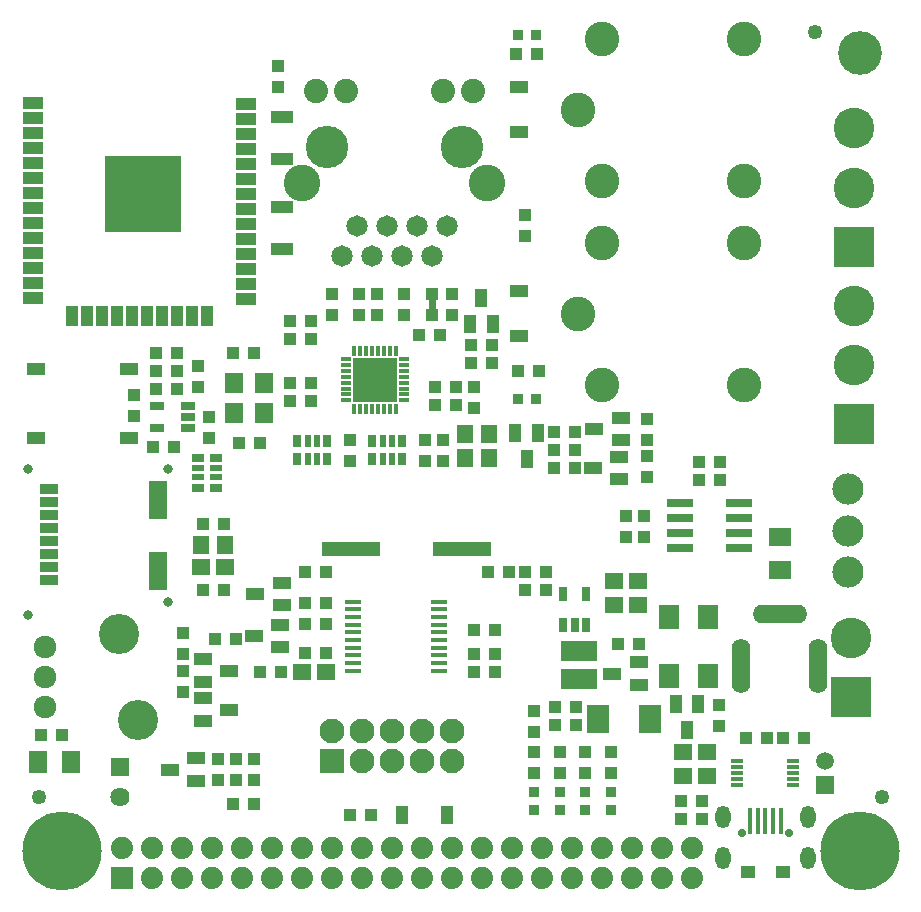
<source format=gbr>
G04 #@! TF.GenerationSoftware,KiCad,Pcbnew,6.0.0-rc1-unknown-0cca1c6~65~ubuntu16.04.1*
G04 #@! TF.CreationDate,2018-08-03T15:16:37+03:00*
G04 #@! TF.ProjectId,ESP32-EVB_Rev_F,45535033322D4556425F5265765F462E,F*
G04 #@! TF.SameCoordinates,Original*
G04 #@! TF.FileFunction,Soldermask,Top*
G04 #@! TF.FilePolarity,Negative*
%FSLAX46Y46*%
G04 Gerber Fmt 4.6, Leading zero omitted, Abs format (unit mm)*
G04 Created by KiCad (PCBNEW 6.0.0-rc1-unknown-0cca1c6~65~ubuntu16.04.1) date Fri Aug  3 15:16:37 2018*
%MOMM*%
%LPD*%
G01*
G04 APERTURE LIST*
%ADD10C,0.609600*%
%ADD11R,1.625600X1.117600*%
%ADD12C,1.254000*%
%ADD13C,3.600000*%
%ADD14C,2.050000*%
%ADD15C,3.100000*%
%ADD16C,1.810000*%
%ADD17R,1.117600X1.117600*%
%ADD18R,1.879600X2.387600*%
%ADD19R,1.501600X1.101600*%
%ADD20R,1.625600X1.371600*%
%ADD21R,1.625600X1.879600*%
%ADD22R,1.879600X1.625600*%
%ADD23R,4.927600X1.201600*%
%ADD24R,0.901600X0.901600*%
%ADD25R,1.801600X2.101600*%
%ADD26R,1.879600X1.117600*%
%ADD27C,1.879600*%
%ADD28R,1.879600X1.879600*%
%ADD29C,1.600000*%
%ADD30C,6.700000*%
%ADD31R,3.448000X3.448000*%
%ADD32C,3.448000*%
%ADD33O,4.601600X1.601600*%
%ADD34O,1.601600X4.601600*%
%ADD35R,1.600000X1.800000*%
%ADD36R,1.371600X1.625600*%
%ADD37R,1.501600X1.501600*%
%ADD38C,1.501600*%
%ADD39C,3.700000*%
%ADD40C,2.940000*%
%ADD41C,2.100000*%
%ADD42R,2.100000X2.100000*%
%ADD43C,2.641600*%
%ADD44R,1.601600X3.201600*%
%ADD45C,0.800000*%
%ADD46R,1.601600X0.901600*%
%ADD47R,3.701600X3.701600*%
%ADD48R,0.800000X0.800000*%
%ADD49R,1.822400X1.822400*%
%ADD50R,0.351600X0.901600*%
%ADD51R,0.901600X0.351600*%
%ADD52R,1.625600X1.625600*%
%ADD53C,1.625600*%
%ADD54C,3.400000*%
%ADD55C,1.924000*%
%ADD56R,1.371600X0.426600*%
%ADD57R,2.301600X0.701600*%
%ADD58R,1.101600X0.351600*%
%ADD59R,0.426600X2.251600*%
%ADD60C,0.701600*%
%ADD61R,1.201600X1.101600*%
%ADD62O,1.301600X1.901600*%
%ADD63C,1.700000*%
%ADD64C,2.400000*%
%ADD65R,6.400000X6.400000*%
%ADD66R,1.801600X1.001600*%
%ADD67R,1.001600X1.801600*%
%ADD68R,1.117600X0.482600*%
%ADD69R,1.117600X0.736600*%
%ADD70R,0.482600X1.117600*%
%ADD71R,0.736600X1.117600*%
%ADD72R,0.651600X1.301600*%
%ADD73R,1.101600X1.501600*%
%ADD74R,1.301600X0.651600*%
%ADD75R,3.101600X1.701600*%
G04 APERTURE END LIST*
D10*
G04 #@! TO.C,R25*
X104775000Y-92194000D02*
X104775000Y-91194000D01*
G04 #@! TD*
D11*
G04 #@! TO.C,RST1*
X71247000Y-102997000D03*
X79121000Y-102997000D03*
G04 #@! TD*
G04 #@! TO.C,BUT1*
X71247000Y-97155000D03*
X79121000Y-97155000D03*
G04 #@! TD*
D12*
G04 #@! TO.C,*
X142875000Y-133350000D03*
G04 #@! TD*
D13*
G04 #@! TO.C,LAN1*
X95885000Y-78359000D03*
X107315000Y-78359000D03*
D14*
X105670000Y-73610500D03*
X94990000Y-73610500D03*
D15*
X93800000Y-81409000D03*
X109400000Y-81409000D03*
D14*
X108210000Y-73610500D03*
X97530000Y-73610500D03*
D16*
X97165000Y-87599000D03*
X98435000Y-85059000D03*
X99705000Y-87599000D03*
X100975000Y-85059000D03*
X102245000Y-87599000D03*
X103515000Y-85059000D03*
X104785000Y-87599000D03*
X106055000Y-85059000D03*
G04 #@! TD*
D17*
G04 #@! TO.C,R25*
X104775000Y-92583000D03*
X104775000Y-90805000D03*
G04 #@! TD*
D18*
G04 #@! TO.C,D2*
X118854000Y-126746000D03*
X123208000Y-126746000D03*
G04 #@! TD*
D17*
G04 #@! TO.C,R57*
X83693000Y-121285000D03*
X83693000Y-119507000D03*
G04 #@! TD*
G04 #@! TO.C,R44*
X83693000Y-124460000D03*
X83693000Y-122682000D03*
G04 #@! TD*
D19*
G04 #@! TO.C,U10*
X87587000Y-122682000D03*
X85387000Y-123632000D03*
X85387000Y-121732000D03*
G04 #@! TD*
G04 #@! TO.C,U9*
X87587000Y-125984000D03*
X85387000Y-126934000D03*
X85387000Y-125034000D03*
G04 #@! TD*
D17*
G04 #@! TO.C,R37*
X86360000Y-120015000D03*
X88138000Y-120015000D03*
G04 #@! TD*
D20*
G04 #@! TO.C,C4*
X120142000Y-115062000D03*
X120142000Y-117094000D03*
G04 #@! TD*
G04 #@! TO.C,C3*
X122174000Y-115062000D03*
X122174000Y-117094000D03*
G04 #@! TD*
D17*
G04 #@! TO.C,R20*
X112649000Y-114300000D03*
X114427000Y-114300000D03*
G04 #@! TD*
G04 #@! TO.C,R19*
X112649000Y-115824000D03*
X114427000Y-115824000D03*
G04 #@! TD*
G04 #@! TO.C,R4*
X119888000Y-129540000D03*
X119888000Y-131318000D03*
G04 #@! TD*
G04 #@! TO.C,R56*
X86614000Y-131953000D03*
X86614000Y-130175000D03*
G04 #@! TD*
G04 #@! TO.C,R55*
X88138000Y-131953000D03*
X88138000Y-130175000D03*
G04 #@! TD*
G04 #@! TO.C,R54*
X84963000Y-96901000D03*
X84963000Y-98679000D03*
G04 #@! TD*
D21*
G04 #@! TO.C,R53*
X74168000Y-130429000D03*
X71374000Y-130429000D03*
G04 #@! TD*
D17*
G04 #@! TO.C,R49*
X127381000Y-105029000D03*
X129159000Y-105029000D03*
G04 #@! TD*
G04 #@! TO.C,R48*
X127381000Y-106553000D03*
X129159000Y-106553000D03*
G04 #@! TD*
D22*
G04 #@! TO.C,R47*
X134239000Y-111379000D03*
X134239000Y-114173000D03*
G04 #@! TD*
D17*
G04 #@! TO.C,R46*
X83185000Y-98806000D03*
X81407000Y-98806000D03*
G04 #@! TD*
G04 #@! TO.C,R45*
X81407000Y-97282000D03*
X83185000Y-97282000D03*
G04 #@! TD*
G04 #@! TO.C,R42*
X93980000Y-118745000D03*
X95758000Y-118745000D03*
G04 #@! TD*
G04 #@! TO.C,R30*
X129032000Y-127381000D03*
X129032000Y-125603000D03*
G04 #@! TD*
D23*
G04 #@! TO.C,Q3*
X97917000Y-112395000D03*
X107315000Y-112395000D03*
G04 #@! TD*
D24*
G04 #@! TO.C,PWR_GOOD1*
X117729000Y-132969000D03*
X117729000Y-134493000D03*
G04 #@! TD*
D25*
G04 #@! TO.C,D6*
X128143000Y-123150000D03*
X128143000Y-118150000D03*
G04 #@! TD*
D17*
G04 #@! TO.C,C28*
X79502000Y-99314000D03*
X79502000Y-101092000D03*
G04 #@! TD*
G04 #@! TO.C,C27*
X73406000Y-128143000D03*
X71628000Y-128143000D03*
G04 #@! TD*
G04 #@! TO.C,C26*
X122682000Y-111379000D03*
X122682000Y-109601000D03*
G04 #@! TD*
G04 #@! TO.C,C25*
X121158000Y-111379000D03*
X121158000Y-109601000D03*
G04 #@! TD*
G04 #@! TO.C,C24*
X110109000Y-119253000D03*
X108331000Y-119253000D03*
G04 #@! TD*
G04 #@! TO.C,C23*
X93980000Y-121158000D03*
X95758000Y-121158000D03*
G04 #@! TD*
G04 #@! TO.C,C22*
X111252000Y-114300000D03*
X109474000Y-114300000D03*
G04 #@! TD*
G04 #@! TO.C,C21*
X93980000Y-114300000D03*
X95758000Y-114300000D03*
G04 #@! TD*
D24*
G04 #@! TO.C,COMPLETE1*
X113411000Y-132969000D03*
X113411000Y-134493000D03*
G04 #@! TD*
G04 #@! TO.C,CHARGING1*
X115570000Y-132969000D03*
X115570000Y-134493000D03*
G04 #@! TD*
D26*
G04 #@! TO.C,C20*
X92075000Y-75819000D03*
X92075000Y-79375000D03*
G04 #@! TD*
G04 #@! TO.C,C19*
X92075000Y-86995000D03*
X92075000Y-83439000D03*
G04 #@! TD*
D17*
G04 #@! TO.C,R43*
X85344000Y-110236000D03*
X87122000Y-110236000D03*
G04 #@! TD*
D27*
G04 #@! TO.C,EXT1*
X101346000Y-137668000D03*
X101346000Y-140208000D03*
X98806000Y-137668000D03*
X98806000Y-140208000D03*
X96266000Y-137668000D03*
X96266000Y-140208000D03*
X93726000Y-137668000D03*
X93726000Y-140208000D03*
X91186000Y-137668000D03*
X91186000Y-140208000D03*
X81026000Y-137668000D03*
X81026000Y-140208000D03*
X78486000Y-137668000D03*
D28*
X78486000Y-140208000D03*
D27*
X83566000Y-140208000D03*
X83566000Y-137668000D03*
X86106000Y-137668000D03*
X86106000Y-140208000D03*
X88646000Y-140208000D03*
X88646000Y-137668000D03*
X114046000Y-137668000D03*
X114046000Y-140208000D03*
X111506000Y-140208000D03*
X111506000Y-137668000D03*
X108966000Y-137668000D03*
X108966000Y-140208000D03*
X103886000Y-140208000D03*
X103886000Y-137668000D03*
X106426000Y-140208000D03*
X106426000Y-137668000D03*
X116586000Y-140208000D03*
X116586000Y-137668000D03*
X119126000Y-140208000D03*
X119126000Y-137668000D03*
X121666000Y-140208000D03*
X121666000Y-137668000D03*
X124206000Y-140208000D03*
X124206000Y-137668000D03*
X126746000Y-140208000D03*
X126746000Y-137668000D03*
G04 #@! TD*
D29*
G04 #@! TO.C,MH3*
X70993000Y-137922000D03*
X75819000Y-137922000D03*
X75057000Y-139573000D03*
X71755000Y-139700000D03*
X75057000Y-136271000D03*
X71755000Y-136271000D03*
X73406000Y-140335000D03*
X73406000Y-135509000D03*
D30*
X73406000Y-137922000D03*
G04 #@! TD*
D29*
G04 #@! TO.C,MH2*
X138557000Y-137922000D03*
X143383000Y-137922000D03*
X142621000Y-139573000D03*
X139319000Y-139700000D03*
X142621000Y-136271000D03*
X139319000Y-136271000D03*
X140970000Y-140335000D03*
X140970000Y-135509000D03*
D30*
X140970000Y-137922000D03*
G04 #@! TD*
D17*
G04 #@! TO.C,R41*
X93980000Y-116967000D03*
X95758000Y-116967000D03*
G04 #@! TD*
G04 #@! TO.C,R40*
X110109000Y-121285000D03*
X108331000Y-121285000D03*
G04 #@! TD*
G04 #@! TO.C,R39*
X92710000Y-93091000D03*
X94488000Y-93091000D03*
G04 #@! TD*
G04 #@! TO.C,R38*
X106807000Y-100203000D03*
X105029000Y-100203000D03*
G04 #@! TD*
G04 #@! TO.C,R36*
X89662000Y-95758000D03*
X87884000Y-95758000D03*
G04 #@! TD*
G04 #@! TO.C,R35*
X110109000Y-122809000D03*
X108331000Y-122809000D03*
G04 #@! TD*
G04 #@! TO.C,R34*
X90170000Y-103378000D03*
X88392000Y-103378000D03*
G04 #@! TD*
G04 #@! TO.C,R33*
X100076000Y-92583000D03*
X100076000Y-90805000D03*
G04 #@! TD*
G04 #@! TO.C,R32*
X102362000Y-92583000D03*
X102362000Y-90805000D03*
G04 #@! TD*
G04 #@! TO.C,R31*
X96266000Y-92583000D03*
X96266000Y-90805000D03*
G04 #@! TD*
G04 #@! TO.C,R29*
X85344000Y-115824000D03*
X87122000Y-115824000D03*
G04 #@! TD*
G04 #@! TO.C,R28*
X98552000Y-92583000D03*
X98552000Y-90805000D03*
G04 #@! TD*
G04 #@! TO.C,R27*
X112649000Y-85852000D03*
X112649000Y-84074000D03*
G04 #@! TD*
G04 #@! TO.C,R26*
X91694000Y-71501000D03*
X91694000Y-73279000D03*
G04 #@! TD*
G04 #@! TO.C,R24*
X85852000Y-101219000D03*
X85852000Y-102997000D03*
G04 #@! TD*
G04 #@! TO.C,R23*
X97790000Y-134874000D03*
X99568000Y-134874000D03*
G04 #@! TD*
G04 #@! TO.C,R22*
X113411000Y-127889000D03*
X113411000Y-126111000D03*
G04 #@! TD*
G04 #@! TO.C,R21*
X89662000Y-130175000D03*
X89662000Y-131953000D03*
G04 #@! TD*
G04 #@! TO.C,R18*
X89662000Y-133985000D03*
X87884000Y-133985000D03*
G04 #@! TD*
G04 #@! TO.C,R17*
X122301000Y-120396000D03*
X120523000Y-120396000D03*
G04 #@! TD*
G04 #@! TO.C,R16*
X81153000Y-103759000D03*
X82931000Y-103759000D03*
G04 #@! TD*
G04 #@! TO.C,R15*
X117729000Y-129540000D03*
X117729000Y-131318000D03*
G04 #@! TD*
G04 #@! TO.C,R14*
X83185000Y-95758000D03*
X81407000Y-95758000D03*
G04 #@! TD*
G04 #@! TO.C,R13*
X136271000Y-128397000D03*
X134493000Y-128397000D03*
G04 #@! TD*
G04 #@! TO.C,R12*
X133096000Y-128397000D03*
X131318000Y-128397000D03*
G04 #@! TD*
G04 #@! TO.C,R11*
X111887000Y-70485000D03*
X113665000Y-70485000D03*
G04 #@! TD*
G04 #@! TO.C,R10*
X125857000Y-135255000D03*
X127635000Y-135255000D03*
G04 #@! TD*
G04 #@! TO.C,R9*
X115570000Y-129540000D03*
X115570000Y-131318000D03*
G04 #@! TD*
G04 #@! TO.C,R8*
X125857000Y-133731000D03*
X127635000Y-133731000D03*
G04 #@! TD*
G04 #@! TO.C,R7*
X113411000Y-129540000D03*
X113411000Y-131318000D03*
G04 #@! TD*
G04 #@! TO.C,R6*
X108077000Y-95123000D03*
X109855000Y-95123000D03*
G04 #@! TD*
G04 #@! TO.C,R5*
X108077000Y-96647000D03*
X109855000Y-96647000D03*
G04 #@! TD*
G04 #@! TO.C,R3*
X112014000Y-97282000D03*
X113792000Y-97282000D03*
G04 #@! TD*
G04 #@! TO.C,R2*
X122936000Y-103124000D03*
X122936000Y-101346000D03*
G04 #@! TD*
G04 #@! TO.C,R1*
X122936000Y-104521000D03*
X122936000Y-106299000D03*
G04 #@! TD*
D24*
G04 #@! TO.C,PWRLED1*
X119888000Y-132969000D03*
X119888000Y-134493000D03*
G04 #@! TD*
D31*
G04 #@! TO.C,PWR2*
X140208000Y-124895000D03*
D32*
X140208000Y-119895000D03*
G04 #@! TD*
D33*
G04 #@! TO.C,PWR1*
X134237000Y-117869000D03*
D34*
X137437000Y-122319000D03*
X130937000Y-122319000D03*
G04 #@! TD*
D24*
G04 #@! TO.C,LED2*
X113538000Y-68834000D03*
X112014000Y-68834000D03*
G04 #@! TD*
G04 #@! TO.C,LED1*
X113538000Y-99695000D03*
X112014000Y-99695000D03*
G04 #@! TD*
D25*
G04 #@! TO.C,D4*
X124841000Y-118150000D03*
X124841000Y-123150000D03*
G04 #@! TD*
D35*
G04 #@! TO.C,CR1*
X88011000Y-100838000D03*
X88011000Y-98298000D03*
X90551000Y-98298000D03*
X90551000Y-100838000D03*
G04 #@! TD*
D32*
G04 #@! TO.C,CON2*
X140500000Y-76774000D03*
D31*
X140500000Y-86774000D03*
D32*
X140500000Y-81774000D03*
G04 #@! TD*
G04 #@! TO.C,CON1*
X140500000Y-91774000D03*
D31*
X140500000Y-101774000D03*
D32*
X140500000Y-96774000D03*
G04 #@! TD*
D17*
G04 #@! TO.C,C18*
X105029000Y-98679000D03*
X106807000Y-98679000D03*
G04 #@! TD*
G04 #@! TO.C,C17*
X92710000Y-98298000D03*
X94488000Y-98298000D03*
G04 #@! TD*
G04 #@! TO.C,C16*
X92710000Y-99822000D03*
X94488000Y-99822000D03*
G04 #@! TD*
G04 #@! TO.C,C15*
X92710000Y-94615000D03*
X94488000Y-94615000D03*
G04 #@! TD*
G04 #@! TO.C,C14*
X105410000Y-94234000D03*
X103632000Y-94234000D03*
G04 #@! TD*
G04 #@! TO.C,C13*
X97790000Y-104902000D03*
X97790000Y-103124000D03*
G04 #@! TD*
G04 #@! TO.C,C12*
X108331000Y-98679000D03*
X108331000Y-100457000D03*
G04 #@! TD*
G04 #@! TO.C,C11*
X106426000Y-92583000D03*
X106426000Y-90805000D03*
G04 #@! TD*
D36*
G04 #@! TO.C,C10*
X87249000Y-112014000D03*
X85217000Y-112014000D03*
G04 #@! TD*
D17*
G04 #@! TO.C,C9*
X104140000Y-103124000D03*
X104140000Y-104902000D03*
G04 #@! TD*
G04 #@! TO.C,C8*
X105664000Y-103124000D03*
X105664000Y-104902000D03*
G04 #@! TD*
G04 #@! TO.C,C7*
X116967000Y-127254000D03*
X115189000Y-127254000D03*
G04 #@! TD*
G04 #@! TO.C,C6*
X116967000Y-125730000D03*
X115189000Y-125730000D03*
G04 #@! TD*
G04 #@! TO.C,C5*
X91948000Y-122809000D03*
X90170000Y-122809000D03*
G04 #@! TD*
D20*
G04 #@! TO.C,C2*
X128016000Y-131572000D03*
X128016000Y-129540000D03*
G04 #@! TD*
G04 #@! TO.C,C1*
X125984000Y-131572000D03*
X125984000Y-129540000D03*
G04 #@! TD*
D37*
G04 #@! TO.C,BAT1*
X138046460Y-132326380D03*
D38*
X138043920Y-130314700D03*
G04 #@! TD*
D39*
G04 #@! TO.C,MH1*
X140970000Y-70358000D03*
G04 #@! TD*
D40*
G04 #@! TO.C,REL1*
X117176000Y-92456000D03*
X131176000Y-98456000D03*
X131176000Y-86456000D03*
X119176000Y-86456000D03*
X119176000Y-98456000D03*
G04 #@! TD*
G04 #@! TO.C,REL2*
X117176000Y-75184000D03*
X131176000Y-81184000D03*
X131176000Y-69184000D03*
X119176000Y-69184000D03*
X119176000Y-81184000D03*
G04 #@! TD*
D41*
G04 #@! TO.C,UEXT1*
X106426000Y-127762000D03*
X106426000Y-130302000D03*
X103886000Y-127762000D03*
X103886000Y-130302000D03*
X101346000Y-127762000D03*
X101346000Y-130302000D03*
X98806000Y-127762000D03*
X98806000Y-130302000D03*
X96266000Y-127762000D03*
D42*
X96266000Y-130302000D03*
G04 #@! TD*
D43*
G04 #@! TO.C,CAN1*
X140000000Y-114315000D03*
X140000000Y-107315000D03*
X140000000Y-110815000D03*
G04 #@! TD*
D44*
G04 #@! TO.C,MICRO_SD1*
X81577000Y-114275000D03*
X81577000Y-108215000D03*
D45*
X70607000Y-105585000D03*
X82407000Y-105585000D03*
X82407000Y-116855000D03*
X70607000Y-117945000D03*
D46*
X72327000Y-107275000D03*
X72327000Y-108375000D03*
X72327000Y-109475000D03*
X72327000Y-110575000D03*
X72327000Y-111675000D03*
X72327000Y-112775000D03*
X72327000Y-113875000D03*
X72327000Y-114975000D03*
G04 #@! TD*
D47*
G04 #@! TO.C,U4*
X99949000Y-98044000D03*
D48*
X101249000Y-97544000D03*
X101249000Y-98544000D03*
X100449000Y-99344000D03*
X99449000Y-99344000D03*
X98649000Y-98544000D03*
X98649000Y-97544000D03*
X99449000Y-96744000D03*
X100449000Y-96744000D03*
D49*
X99949000Y-98044000D03*
D50*
X98199000Y-95594000D03*
X98699000Y-95594000D03*
X99199000Y-95594000D03*
X99699000Y-95594000D03*
X100199000Y-95594000D03*
X100699000Y-95594000D03*
X101199000Y-95594000D03*
X101699000Y-95594000D03*
D51*
X102399000Y-96294000D03*
X102399000Y-96794000D03*
X102399000Y-97294000D03*
X102399000Y-97794000D03*
X102399000Y-98294000D03*
X102399000Y-98794000D03*
X102399000Y-99294000D03*
X102399000Y-99794000D03*
D50*
X101699000Y-100494000D03*
X101199000Y-100494000D03*
X100699000Y-100494000D03*
X100199000Y-100494000D03*
X99699000Y-100494000D03*
X99199000Y-100494000D03*
X98699000Y-100494000D03*
X98199000Y-100494000D03*
D51*
X97499000Y-99794000D03*
X97499000Y-99294000D03*
X97499000Y-98794000D03*
X97499000Y-98294000D03*
X97499000Y-97794000D03*
X97499000Y-97294000D03*
X97499000Y-96794000D03*
X97499000Y-96294000D03*
G04 #@! TD*
D52*
G04 #@! TO.C,LED3*
X78359000Y-130810000D03*
D53*
X78359000Y-133350000D03*
G04 #@! TD*
D54*
G04 #@! TO.C,U7*
X79909000Y-126840000D03*
X78309000Y-119540000D03*
D55*
X72009000Y-125730000D03*
X72009000Y-123190000D03*
X72009000Y-120650000D03*
G04 #@! TD*
D56*
G04 #@! TO.C,U5*
X105346500Y-122686000D03*
X105346500Y-122036000D03*
X105346500Y-121386000D03*
X105346500Y-120736000D03*
X105346500Y-120086000D03*
X105346500Y-119436000D03*
X105346500Y-118786000D03*
X105346500Y-118136000D03*
X105346500Y-117486000D03*
X105346500Y-116836000D03*
X98107500Y-116836000D03*
X98107500Y-117486000D03*
X98107500Y-118136000D03*
X98107500Y-118786000D03*
X98107500Y-119436000D03*
X98107500Y-120086000D03*
X98107500Y-120736000D03*
X98107500Y-121386000D03*
X98107500Y-122036000D03*
X98107500Y-122686000D03*
G04 #@! TD*
D57*
G04 #@! TO.C,U6*
X130770000Y-108458000D03*
X130770000Y-109728000D03*
X130770000Y-110998000D03*
X130770000Y-112268000D03*
X125770000Y-112268000D03*
X125770000Y-110998000D03*
X125770000Y-109728000D03*
X125770000Y-108458000D03*
G04 #@! TD*
D58*
G04 #@! TO.C,U1*
X135369000Y-130318000D03*
X135369000Y-130818000D03*
X135369000Y-131318000D03*
X135369000Y-131818000D03*
X135369000Y-132318000D03*
X130569000Y-132318000D03*
X130569000Y-131818000D03*
X130569000Y-131318000D03*
X130569000Y-130818000D03*
X130569000Y-130318000D03*
G04 #@! TD*
D12*
G04 #@! TO.C,*
X71501000Y-133350000D03*
G04 #@! TD*
G04 #@! TO.C,*
X137160000Y-68580000D03*
G04 #@! TD*
D59*
G04 #@! TO.C,USB-UART1*
X131700000Y-135403000D03*
X132350000Y-135403000D03*
X133000000Y-135403000D03*
X133650000Y-135403000D03*
X134300000Y-135403000D03*
D60*
X131000000Y-136403000D03*
X135000000Y-136403000D03*
D61*
X131500000Y-139703000D03*
X134500000Y-139703000D03*
D62*
X129400000Y-138553000D03*
X129400000Y-135083000D03*
X136600000Y-135083000D03*
X136600000Y-138553000D03*
G04 #@! TD*
D63*
G04 #@! TO.C,U3*
X77969600Y-84682800D03*
D64*
X80281000Y-82346000D03*
D65*
X80310000Y-82333000D03*
D66*
X89010000Y-74673000D03*
X89010000Y-75943000D03*
X89010000Y-77213000D03*
X89010000Y-78483000D03*
X89010000Y-79753000D03*
X89010000Y-81023000D03*
X89010000Y-82293000D03*
X89010000Y-83563000D03*
X89010000Y-84833000D03*
X89010000Y-86103000D03*
X89010000Y-87373000D03*
X89010000Y-88643000D03*
X89010000Y-89913000D03*
X89010000Y-91183000D03*
D67*
X85740000Y-92633000D03*
X84470000Y-92633000D03*
X83200000Y-92633000D03*
X81930000Y-92633000D03*
X80660000Y-92633000D03*
X79390000Y-92633000D03*
X78120000Y-92633000D03*
X76850000Y-92633000D03*
X75580000Y-92633000D03*
X74310000Y-92633000D03*
D66*
X71010000Y-91143000D03*
X71010000Y-89873000D03*
X71010000Y-88603000D03*
X71010000Y-87333000D03*
X71010000Y-86063000D03*
X71010000Y-84793000D03*
X71010000Y-83523000D03*
X71010000Y-82253000D03*
X71010000Y-80983000D03*
X71010000Y-79713000D03*
X71010000Y-78443000D03*
X71010000Y-77173000D03*
X71010000Y-75903000D03*
X71010000Y-74633000D03*
D63*
X82643200Y-84682800D03*
X77969600Y-79983800D03*
X82643200Y-79983800D03*
X80281000Y-79983800D03*
X80281000Y-84682800D03*
X77969600Y-82219000D03*
X82643200Y-82219000D03*
G04 #@! TD*
D68*
G04 #@! TO.C,RM1*
X84963000Y-106299000D03*
X84963000Y-105537000D03*
X86487000Y-106299000D03*
X86487000Y-105537000D03*
D69*
X84963000Y-107188000D03*
X86487000Y-107188000D03*
X84963000Y-104648000D03*
X86487000Y-104648000D03*
G04 #@! TD*
D70*
G04 #@! TO.C,RM2*
X94996000Y-104775000D03*
X94234000Y-104775000D03*
X94996000Y-103251000D03*
X94234000Y-103251000D03*
D71*
X95885000Y-104775000D03*
X95885000Y-103251000D03*
X93345000Y-104775000D03*
X93345000Y-103251000D03*
G04 #@! TD*
D70*
G04 #@! TO.C,RM3*
X100584000Y-103251000D03*
X101346000Y-103251000D03*
X100584000Y-104775000D03*
X101346000Y-104775000D03*
D71*
X99695000Y-103251000D03*
X99695000Y-104775000D03*
X102235000Y-103251000D03*
X102235000Y-104775000D03*
G04 #@! TD*
D72*
G04 #@! TO.C,U2*
X115890000Y-118775000D03*
X116840000Y-118775000D03*
X117790000Y-118775000D03*
X115890000Y-116175000D03*
X117790000Y-116175000D03*
G04 #@! TD*
D19*
G04 #@! TO.C,Q1*
X120741440Y-103184960D03*
X120741440Y-101282500D03*
X118531640Y-102237540D03*
G04 #@! TD*
G04 #@! TO.C,Q4*
X92039440Y-117154960D03*
X92039440Y-115252500D03*
X89829640Y-116207540D03*
G04 #@! TD*
G04 #@! TO.C,Q5*
X91912440Y-120710960D03*
X91912440Y-118808500D03*
X89702640Y-119763540D03*
G04 #@! TD*
G04 #@! TO.C,Q7*
X84800440Y-132013960D03*
X84800440Y-130111500D03*
X82590640Y-131066540D03*
G04 #@! TD*
D73*
G04 #@! TO.C,Q2*
X108016040Y-93309440D03*
X109918500Y-93309440D03*
X108963460Y-91099640D03*
G04 #@! TD*
D19*
G04 #@! TO.C,D3*
X112141000Y-73284000D03*
X112141000Y-77084000D03*
G04 #@! TD*
G04 #@! TO.C,D1*
X112141000Y-90556000D03*
X112141000Y-94356000D03*
G04 #@! TD*
D73*
G04 #@! TO.C,D5*
X106040000Y-134874000D03*
X102240000Y-134874000D03*
G04 #@! TD*
G04 #@! TO.C,FET2*
X127314960Y-125511560D03*
X125412500Y-125511560D03*
X126367540Y-127721360D03*
G04 #@! TD*
D19*
G04 #@! TO.C,FET1*
X122265440Y-123885960D03*
X122265440Y-121983500D03*
X120055640Y-122938540D03*
G04 #@! TD*
D74*
G04 #@! TO.C,U8*
X84104000Y-102169000D03*
X84104000Y-101219000D03*
X84104000Y-100269000D03*
X81504000Y-102169000D03*
X81504000Y-100269000D03*
G04 #@! TD*
D20*
G04 #@! TO.C,L4*
X87249000Y-113919000D03*
X85217000Y-113919000D03*
G04 #@! TD*
D36*
G04 #@! TO.C,L3*
X107569000Y-104648000D03*
X107569000Y-102616000D03*
G04 #@! TD*
D20*
G04 #@! TO.C,L1*
X95758000Y-122809000D03*
X93726000Y-122809000D03*
G04 #@! TD*
D75*
G04 #@! TO.C,L2*
X117221000Y-123374000D03*
X117221000Y-120974000D03*
G04 #@! TD*
D17*
G04 #@! TO.C,C29*
X115062000Y-102489000D03*
X116840000Y-102489000D03*
G04 #@! TD*
D73*
G04 #@! TO.C,FET3*
X113725960Y-102524560D03*
X111823500Y-102524560D03*
X112778540Y-104734360D03*
G04 #@! TD*
D19*
G04 #@! TO.C,FET4*
X120614440Y-106486960D03*
X120614440Y-104584500D03*
X118404640Y-105539540D03*
G04 #@! TD*
D36*
G04 #@! TO.C,L5*
X109601000Y-102616000D03*
X109601000Y-104648000D03*
G04 #@! TD*
D17*
G04 #@! TO.C,R50*
X115062000Y-105537000D03*
X116840000Y-105537000D03*
G04 #@! TD*
G04 #@! TO.C,R51*
X115062000Y-104013000D03*
X116840000Y-104013000D03*
G04 #@! TD*
M02*

</source>
